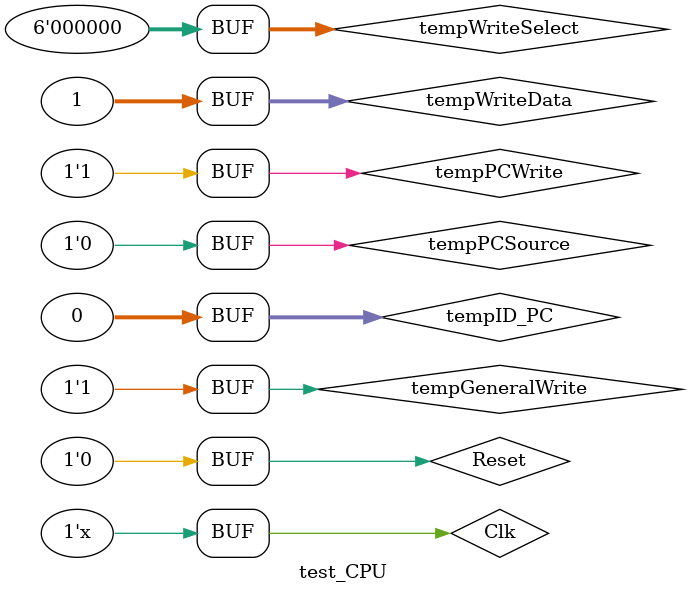
<source format=v>
`timescale 1ns / 1ps


module test_CPU; 

	// Inputs
	reg tempPCWrite;
	reg Reset;
	reg Clk;
	reg tempPCSource;
	reg tempGeneralWrite;
	reg [31:0] tempID_PC;
	reg [31:0] tempWriteData;
	reg [5:0] tempWriteSelect;

	// Outputs
	wire [31:0] PCtoInsMem;
	wire [31:0] PCtoID;
	wire [31:0] IFinstructions;
	wire [31:0] IF_ID_PC;
	wire [31:0] IF_ID_INSTRUCTIONS;
	wire [31:0] readData1;
	wire [31:0] readData2;
	wire [31:0] controls;
	wire [31:0] ID_PC;
	wire PCSource;
	wire [25:0] locations;
	wire [31:0] SE_Imm;
	wire [4:0] rs1;
	wire [4:0] rs2;
	wire [31:0] ID_EX_Rdata1;
	wire [31:0] ID_EX_Rdata2;
	wire [31:0] ID_EX_Controls;
	wire [25:0] ID_EX_Locations;
	wire [31:0] tempALUOut;
	wire [31:0] ImmMemData;
	wire [31:0] MUXA_Out;
	wire [31:0] EX_MEM_ImmMemData;
	wire [4:0] EX_DEST;
	wire [31:0] EX_MEM_CONTROLS;
	wire [31:0] EX_MEM_ALUOut;
	wire [4:0] EX_MEM_DEST;
	wire [31:0] MEM_MemoryOut;
	wire [31:0] MEM_WB_CONTROLS;
	wire [31:0] MEM_WB_ALUout;
	wire [31:0] MEM_WB_MemoryOut;
	wire [4:0] MEM_WB_DEST;
	wire [31:0] WB_writeBackData;
	wire WB_RegWrite;

	// Instantiate the Unit Under Test (UUT)
	CPU uut (
		.tempPCWrite(tempPCWrite), 
		.Reset(Reset), 
		.Clk(Clk), 
		.tempPCSource(tempPCSource), 
		.tempGeneralWrite(tempGeneralWrite), 
		.tempID_PC(tempID_PC), 
		.PCtoInsMem(PCtoInsMem), 
		.PCtoID(PCtoID), 
		.IFinstructions(IFinstructions), 
		.IF_ID_PC(IF_ID_PC), 
		.IF_ID_INSTRUCTIONS(IF_ID_INSTRUCTIONS), 
		.tempWriteData(tempWriteData), 
		.tempWriteSelect(tempWriteSelect), 
		.readData1(readData1), 
		.readData2(readData2), 
		.controls(controls), 
		.ID_PC(ID_PC), 
		.PCSource(PCSource), 
		.locations(locations), 
		.SE_Imm(SE_Imm), 
		.rs1(rs1), 
		.rs2(rs2), 
		.ID_EX_Rdata1(ID_EX_Rdata1), 
		.ID_EX_Rdata2(ID_EX_Rdata2), 
		.ID_EX_Controls(ID_EX_Controls), 
		.ID_EX_Locations(ID_EX_Locations), 
		.tempALUOut(tempALUOut), 
		.ImmMemData(ImmMemData), 
		.MUXA_Out(MUXA_Out), 
		.EX_MEM_ImmMemData(EX_MEM_ImmMemData), 
		.EX_DEST(EX_DEST), 
		.EX_MEM_CONTROLS(EX_MEM_CONTROLS), 
		.EX_MEM_ALUOut(EX_MEM_ALUOut), 
		.EX_MEM_DEST(EX_MEM_DEST), 
		.MEM_MemoryOut(MEM_MemoryOut), 
		.MEM_WB_CONTROLS(MEM_WB_CONTROLS), 
		.MEM_WB_ALUout(MEM_WB_ALUout), 
		.MEM_WB_MemoryOut(MEM_WB_MemoryOut), 
		.MEM_WB_DEST(MEM_WB_DEST), 
		.WB_writeBackData(WB_writeBackData), 
		.WB_RegWrite(WB_RegWrite)
	);
	always begin
		#5 Clk = ~Clk;
	end
	initial begin
		// Initialize Inputs
		tempPCWrite = 1;
		Reset = 1;
		Clk = 0;
		tempPCSource = 0;
		tempGeneralWrite = 1;
		tempID_PC = 0;
		tempWriteData = 1;
		tempWriteSelect = 0;

		#10;
		Reset = 0;
        
		// Add stimulus here

	end
      
endmodule


</source>
